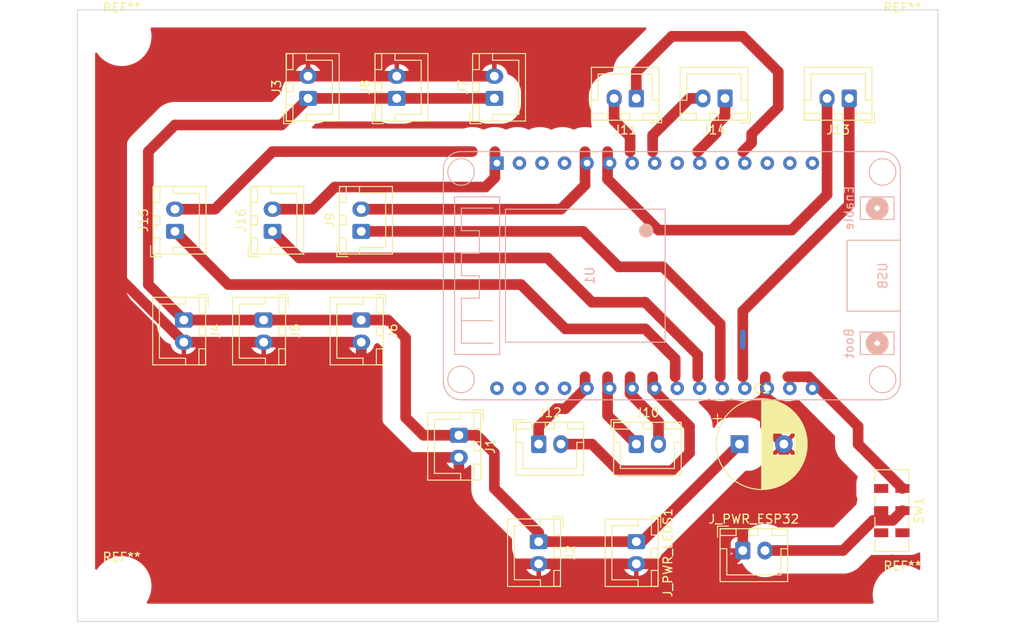
<source format=kicad_pcb>
(kicad_pcb (version 20211014) (generator pcbnew)
  (layers (0 "F.Cu" signal) (31 "B.Cu" signal) (34 "B.Paste" user) (35 "F.Paste" user) (36 "B.SilkS" user "B.Silkscreen") (37 "F.SilkS" user "F.Silkscreen") (38 "B.Mask" user) (39 "F.Mask" user) (44 "Edge.Cuts" user))
  (net 0 "")
  (net 9 "Net-(J_PWR_ESP32-Pad2)")
  (net 12 "+5V")
  (net 13 "GND")
  (net 14 "VCC")
  (net 16 "/T9")
  (net 17 "/T8")
  (net 18 "/T7")
  (net 19 "/T6")
  (net 20 "/T5")
  (net 21 "/T4")
  (net 22 "/T3")
  (net 23 "/(T2)")
  (net 24 "/T0")
  (net 26 "/LED1")
  (net 27 "/LED2")
  (net 28 "/LED8")
  (net 29 "/LED7")
  (net 30 "/LED6")
  (net 31 "/LED5")
  (net 32 "/LED4")
  (net 33 "/LED3")
  (footprint "Connector_JST:JST_XH_B2B-XH-A_1x02_P2.50mm_Vertical" (layer "F.Cu") (at 134.5 93.14 90)
    (fp_text reference "J9" (at 1.25 -3.55 90) (layer "F.SilkS"))
    (fp_text value "Conn_01x02_Male_DATA")
    (pad "1" thru_hole roundrect (at 0 0 90) (size 1.7 2) (drill 1) (layers *.Cu *.Mask) (roundrect_rratio 0.147059) (net 20 "/T5"))
    (pad "2" thru_hole oval (at 2.5 0 90) (size 1.7 2) (drill 1) (layers *.Cu *.Mask) (net 31 "/LED5"))
  )
  (footprint "MountingHole:MountingHole_2.7mm_M2.5_ISO7380" (layer "F.Cu") (at 107.5 133.14)
    (fp_text reference "REF**" (at 0 -3.25) (layer "F.SilkS"))
    (fp_text value "MountingHole_2.7mm_M2.5_ISO7380")
    (pad "" np_thru_hole circle (at 0 0) (size 2.7 2.7) (drill 2.7) (layers *.Cu *.Mask))
  )
  (footprint "Connector_JST:JST_XH_B2B-XH-A_1x02_P2.50mm_Vertical" (layer "F.Cu") (at 149.5 78.14 90)
    (fp_text reference "J7" (at 1.25 -3.55 90) (layer "F.SilkS"))
    (fp_text value "Conn_01x02_Male")
    (pad "1" thru_hole roundrect (at 0 0 90) (size 1.7 2) (drill 1) (layers *.Cu *.Mask) (roundrect_rratio 0.147059) (net 12 "+5V"))
    (pad "2" thru_hole oval (at 2.5 0 90) (size 1.7 2) (drill 1) (layers *.Cu *.Mask) (net 13 "GND"))
  )
  (footprint "MountingHole:MountingHole_2.7mm_M2.5_ISO7380" (layer "F.Cu") (at 195.5 71.14)
    (fp_text reference "REF**" (at 0 -3.25) (layer "F.SilkS"))
    (fp_text value "MountingHole_2.7mm_M2.5_ISO7380")
    (pad "" np_thru_hole circle (at 0 0) (size 2.7 2.7) (drill 2.7) (layers *.Cu *.Mask))
  )
  (footprint "Connector_JST:JST_XH_B2B-XH-A_1x02_P2.50mm_Vertical" (layer "F.Cu") (at 145.5 116.14 -90)
    (fp_text reference "J1" (at 1.25 -3.55 90) (layer "F.SilkS"))
    (fp_text value "Conn_01x02_Male")
    (pad "1" thru_hole roundrect (at 0 0 270) (size 1.7 2) (drill 1) (layers *.Cu *.Mask) (roundrect_rratio 0.147059) (net 12 "+5V"))
    (pad "2" thru_hole oval (at 2.5 0 270) (size 1.7 2) (drill 1) (layers *.Cu *.Mask) (net 13 "GND"))
  )
  (footprint "Connector_JST:JST_XH_B2B-XH-A_1x02_P2.50mm_Vertical" (layer "F.Cu") (at 154.5 128.14 -90)
    (fp_text reference "J2" (at 1.25 -3.55 90) (layer "F.SilkS"))
    (fp_text value "Conn_01x02_Male")
    (pad "1" thru_hole roundrect (at 0 0 270) (size 1.7 2) (drill 1) (layers *.Cu *.Mask) (roundrect_rratio 0.147059) (net 12 "+5V"))
    (pad "2" thru_hole oval (at 2.5 0 270) (size 1.7 2) (drill 1) (layers *.Cu *.Mask) (net 13 "GND"))
  )
  (footprint "MountingHole:MountingHole_2.7mm_M2.5_ISO7380" (layer "F.Cu") (at 195.5 134.14)
    (fp_text reference "REF**" (at 0 -3.25) (layer "F.SilkS"))
    (fp_text value "MountingHole_2.7mm_M2.5_ISO7380")
    (pad "" np_thru_hole circle (at 0 0) (size 2.7 2.7) (drill 2.7) (layers *.Cu *.Mask))
  )
  (footprint "Button_Switch_SMD:SW_DPDT_CK_JS202011JCQN" (layer "F.Cu") (at 194.3 124.64 -90)
    (fp_text reference "SW1" (at 0 -3.05 90) (layer "F.SilkS"))
    (fp_text value "SW_SPDT")
    (pad "1" smd rect (at -2.5 -1.2 270) (size 1 1.6) (layers "F.Cu" "F.Paste" "F.Mask") (net 14 "VCC"))
    (pad "2" smd rect (at 0 -1.2 270) (size 1 1.6) (layers "F.Cu" "F.Paste" "F.Mask") (net 9 "Net-(J_PWR_ESP32-Pad2)"))
    (pad "3" smd rect (at 2.5 -1.2 270) (size 1 1.6) (layers "F.Cu" "F.Paste" "F.Mask"))
    (pad "4" smd rect (at -2.5 1.2 270) (size 1 1.6) (layers "F.Cu" "F.Paste" "F.Mask"))
    (pad "5" smd rect (at 0 1.2 270) (size 1 1.6) (layers "F.Cu" "F.Paste" "F.Mask"))
    (pad "6" smd rect (at 2.5 1.2 270) (size 1 1.6) (layers "F.Cu" "F.Paste" "F.Mask"))
  )
  (footprint "Connector_JST:JST_XH_B2B-XH-A_1x02_P2.50mm_Vertical" (layer "F.Cu") (at 165.5 117.14)
    (fp_text reference "J10" (at 1.25 -3.55) (layer "F.SilkS"))
    (fp_text value "Conn_01x02_Male_DATA")
    (pad "1" thru_hole roundrect (at 0 0) (size 1.7 2) (drill 1) (layers *.Cu *.Mask) (roundrect_rratio 0.147059) (net 17 "/T8"))
    (pad "2" thru_hole oval (at 2.5 0) (size 1.7 2) (drill 1) (layers *.Cu *.Mask) (net 26 "/LED1"))
  )
  (footprint "Connector_JST:JST_XH_B2B-XH-A_1x02_P2.50mm_Vertical" (layer "F.Cu") (at 175.5 78.14 180)
    (fp_text reference "J14" (at 1.25 -3.55) (layer "F.SilkS"))
    (fp_text value "Conn_01x02_Male_DATA")
    (pad "1" thru_hole roundrect (at 0 0 180) (size 1.7 2) (drill 1) (layers *.Cu *.Mask) (roundrect_rratio 0.147059) (net 24 "/T0"))
    (pad "2" thru_hole oval (at 2.5 0 180) (size 1.7 2) (drill 1) (layers *.Cu *.Mask) (net 28 "/LED8"))
  )
  (footprint "Connector_JST:JST_XH_B2B-XH-A_1x02_P2.50mm_Vertical" (layer "F.Cu") (at 165.5 78.14 180)
    (fp_text reference "J11" (at 1.25 -3.55) (layer "F.SilkS"))
    (fp_text value "Conn_01x02_Male_DATA")
    (pad "1" thru_hole roundrect (at 0 0 180) (size 1.7 2) (drill 1) (layers *.Cu *.Mask) (roundrect_rratio 0.147059) (net 22 "/T3"))
    (pad "2" thru_hole oval (at 2.5 0 180) (size 1.7 2) (drill 1) (layers *.Cu *.Mask) (net 29 "/LED7"))
  )
  (footprint "Connector_JST:JST_XH_B2B-XH-A_1x02_P2.50mm_Vertical" (layer "F.Cu") (at 138.5 78.14 90)
    (fp_text reference "J8" (at 1.25 -3.55 90) (layer "F.SilkS"))
    (fp_text value "Conn_01x02_Male")
    (pad "1" thru_hole roundrect (at 0 0 90) (size 1.7 2) (drill 1) (layers *.Cu *.Mask) (roundrect_rratio 0.147059) (net 12 "+5V"))
    (pad "2" thru_hole oval (at 2.5 0 90) (size 1.7 2) (drill 1) (layers *.Cu *.Mask) (net 13 "GND"))
  )
  (footprint "Connector_JST:JST_XH_B2B-XH-A_1x02_P2.50mm_Vertical" (layer "F.Cu") (at 177.5 129.14)
    (fp_text reference "J_PWR_ESP32" (at 1.25 -3.55) (layer "F.SilkS"))
    (fp_text value "Conn_01x02_Male")
    (pad "1" thru_hole roundrect (at 0 0) (size 1.7 2) (drill 1) (layers *.Cu *.Mask) (roundrect_rratio 0.147059) (net 13 "GND"))
    (pad "2" thru_hole oval (at 2.5 0) (size 1.7 2) (drill 1) (layers *.Cu *.Mask) (net 9 "Net-(J_PWR_ESP32-Pad2)"))
  )
  (footprint "Capacitor_THT:CP_Radial_D10.0mm_P5.00mm" (layer "F.Cu") (at 177.132323 117.14)
    (fp_text reference "C1" (at 2.5 -6.25) (layer "F.SilkS"))
    (fp_text value "1000uF")
    (pad "1" thru_hole rect (at 0 0) (size 2 2) (drill 1) (layers *.Cu *.Mask) (net 12 "+5V"))
    (pad "2" thru_hole circle (at 5 0) (size 2 2) (drill 1) (layers *.Cu *.Mask) (net 13 "GND"))
  )
  (footprint "Connector_JST:JST_XH_B2B-XH-A_1x02_P2.50mm_Vertical" (layer "F.Cu") (at 154.5 117.14)
    (fp_text reference "J12" (at 1.25 -3.55) (layer "F.SilkS"))
    (fp_text value "Conn_01x02_Male_DATA")
    (pad "1" thru_hole roundrect (at 0 0) (size 1.7 2) (drill 1) (layers *.Cu *.Mask) (roundrect_rratio 0.147059) (net 16 "/T9"))
    (pad "2" thru_hole oval (at 2.5 0) (size 1.7 2) (drill 1) (layers *.Cu *.Mask) (net 27 "/LED2"))
  )
  (footprint "Connector_JST:JST_XH_B2B-XH-A_1x02_P2.50mm_Vertical" (layer "F.Cu") (at 113.5 93.14 90)
    (fp_text reference "J15" (at 1.25 -3.55 90) (layer "F.SilkS"))
    (fp_text value "Conn_01x02_Male_DATA")
    (pad "1" thru_hole roundrect (at 0 0 90) (size 1.7 2) (drill 1) (layers *.Cu *.Mask) (roundrect_rratio 0.147059) (net 18 "/T7"))
    (pad "2" thru_hole oval (at 2.5 0 90) (size 1.7 2) (drill 1) (layers *.Cu *.Mask) (net 33 "/LED3"))
  )
  (footprint "Connector_JST:JST_XH_B2B-XH-A_1x02_P2.50mm_Vertical" (layer "F.Cu") (at 114.5 103.14 -90)
    (fp_text reference "J4" (at 1.25 -3.55 90) (layer "F.SilkS"))
    (fp_text value "Conn_01x02_Male")
    (pad "1" thru_hole roundrect (at 0 0 270) (size 1.7 2) (drill 1) (layers *.Cu *.Mask) (roundrect_rratio 0.147059) (net 12 "+5V"))
    (pad "2" thru_hole oval (at 2.5 0 270) (size 1.7 2) (drill 1) (layers *.Cu *.Mask) (net 13 "GND"))
  )
  (footprint "MountingHole:MountingHole_2.7mm_M2.5_ISO7380" (layer "F.Cu") (at 107.5 71.14)
    (fp_text reference "REF**" (at 0 -3.25) (layer "F.SilkS"))
    (fp_text value "MountingHole_2.7mm_M2.5_ISO7380")
    (pad "" np_thru_hole circle (at 0 0) (size 2.7 2.7) (drill 2.7) (layers *.Cu *.Mask))
  )
  (footprint "Connector_JST:JST_XH_B2B-XH-A_1x02_P2.50mm_Vertical" (layer "F.Cu") (at 123.5 103.14 -90)
    (fp_text reference "J5" (at 1.25 -3.55 90) (layer "F.SilkS"))
    (fp_text value "Conn_01x02_Male")
    (pad "1" thru_hole roundrect (at 0 0 270) (size 1.7 2) (drill 1) (layers *.Cu *.Mask) (roundrect_rratio 0.147059) (net 12 "+5V"))
    (pad "2" thru_hole oval (at 2.5 0 270) (size 1.7 2) (drill 1) (layers *.Cu *.Mask) (net 13 "GND"))
  )
  (footprint "Connector_JST:JST_XH_B2B-XH-A_1x02_P2.50mm_Vertical" (layer "F.Cu") (at 189.5 78.14 180)
    (fp_text reference "J13" (at 1.25 -3.55) (layer "F.SilkS"))
    (fp_text value "Conn_01x02_Male_DATA")
    (pad "1" thru_hole roundrect (at 0 0 180) (size 1.7 2) (drill 1) (layers *.Cu *.Mask) (roundrect_rratio 0.147059) (net 21 "/T4"))
    (pad "2" thru_hole oval (at 2.5 0 180) (size 1.7 2) (drill 1) (layers *.Cu *.Mask) (net 30 "/LED6"))
  )
  (footprint "Connector_JST:JST_XH_B2B-XH-A_1x02_P2.50mm_Vertical" (layer "F.Cu") (at 134.5 103.14 -90)
    (fp_text reference "J6" (at 1.25 -3.55 90) (layer "F.SilkS"))
    (fp_text value "Conn_01x02_Male")
    (pad "1" thru_hole roundrect (at 0 0 270) (size 1.7 2) (drill 1) (layers *.Cu *.Mask) (roundrect_rratio 0.147059) (net 12 "+5V"))
    (pad "2" thru_hole oval (at 2.5 0 270) (size 1.7 2) (drill 1) (layers *.Cu *.Mask) (net 13 "GND"))
  )
  (footprint "Connector_JST:JST_XH_B2B-XH-A_1x02_P2.50mm_Vertical" (layer "F.Cu") (at 124.5 93.14 90)
    (fp_text reference "J16" (at 1.25 -3.55 90) (layer "F.SilkS"))
    (fp_text value "Conn_01x02_Male_DATA")
    (pad "1" thru_hole roundrect (at 0 0 90) (size 1.7 2) (drill 1) (layers *.Cu *.Mask) (roundrect_rratio 0.147059) (net 19 "/T6"))
    (pad "2" thru_hole oval (at 2.5 0 90) (size 1.7 2) (drill 1) (layers *.Cu *.Mask) (net 32 "/LED4"))
  )
  (footprint "Connector_JST:JST_XH_B2B-XH-A_1x02_P2.50mm_Vertical" (layer "F.Cu") (at 128.5 78.14 90)
    (fp_text reference "J3" (at 1.25 -3.55 90) (layer "F.SilkS"))
    (fp_text value "Conn_01x02_Male")
    (pad "1" thru_hole roundrect (at 0 0 90) (size 1.7 2) (drill 1) (layers *.Cu *.Mask) (roundrect_rratio 0.147059) (net 12 "+5V"))
    (pad "2" thru_hole oval (at 2.5 0 90) (size 1.7 2) (drill 1) (layers *.Cu *.Mask) (net 13 "GND"))
  )
  (footprint "Connector_JST:JST_XH_B2B-XH-A_1x02_P2.50mm_Vertical" (layer "F.Cu") (at 165.5 128.14 -90)
    (fp_text reference "J_PWR_LEDS1" (at 1.25 -3.55 90) (layer "F.SilkS"))
    (fp_text value "Conn_01x02_Male")
    (pad "1" thru_hole roundrect (at 0 0 270) (size 1.7 2) (drill 1) (layers *.Cu *.Mask) (roundrect_rratio 0.147059) (net 12 "+5V"))
    (pad "2" thru_hole oval (at 2.5 0 270) (size 1.7 2) (drill 1) (layers *.Cu *.Mask) (net 13 "GND"))
  )
  (footprint "ESP32_devkit_v1:esp32_devkit_v1_doit" (layer "B.Cu") (at 149.79 98.14 -90)
    (fp_text reference "U1" (at 0 -10.47 90) (layer "B.SilkS") (effects (justify mirror)))
    (fp_text value "ESP32_DevKit_V1_DOIT")
    (fp_text user "Boot" (at 7.62 -39.68 90) (layer "B.SilkS") (effects (justify mirror)))
    (fp_text user "Enable" (at -7.62 -39.68 90) (layer "B.SilkS") (effects (justify mirror)))
    (fp_text user "USB" (at 0 -43.49 90) (layer "B.SilkS") (effects (justify mirror)))
    (pad "1" thru_hole rect locked (at -12.7 0 270) (size 1.524 1.524) (drill 0.762) (layers *.Cu *.Mask))
    (pad "2" thru_hole circle locked (at -12.7 -2.54 270) (size 1.524 1.524) (drill 0.762) (layers *.Cu *.Mask))
    (pad "3" thru_hole circle locked (at -12.7 -5.08 270) (size 1.524 1.524) (drill 0.762) (layers *.Cu *.Mask))
    (pad "4" thru_hole circle locked (at -12.7 -7.62 270) (size 1.524 1.524) (drill 0.762) (layers *.Cu *.Mask))
    (pad "5" thru_hole circle locked (at -12.7 -10.16 270) (size 1.524 1.524) (drill 0.762) (layers *.Cu *.Mask))
    (pad "6" thru_hole circle locked (at -12.7 -12.7 270) (size 1.524 1.524) (drill 0.762) (layers *.Cu *.Mask) (net 16 "/T9"))
    (pad "7" thru_hole circle locked (at -12.7 -15.24 270) (size 1.524 1.524) (drill 0.762) (layers *.Cu *.Mask) (net 17 "/T8"))
    (pad "8" thru_hole circle locked (at -12.7 -17.78 270) (size 1.524 1.524) (drill 0.762) (layers *.Cu *.Mask) (net 26 "/LED1"))
    (pad "9" thru_hole circle locked (at -12.7 -20.32 270) (size 1.524 1.524) (drill 0.762) (layers *.Cu *.Mask) (net 27 "/LED2"))
    (pad "10" thru_hole circle locked (at -12.7 -22.86 270) (size 1.524 1.524) (drill 0.762) (layers *.Cu *.Mask) (net 18 "/T7"))
    (pad "11" thru_hole circle locked (at -12.7 -25.4 270) (size 1.524 1.524) (drill 0.762) (layers *.Cu *.Mask) (net 19 "/T6"))
    (pad "12" thru_hole circle locked (at -12.7 -27.94 270) (size 1.524 1.524) (drill 0.762) (layers *.Cu *.Mask) (net 20 "/T5"))
    (pad "13" thru_hole circle locked (at -12.7 -30.48 270) (size 1.524 1.524) (drill 0.762) (layers *.Cu *.Mask) (net 21 "/T4"))
    (pad "14" thru_hole circle locked (at -12.7 -33.02 270) (size 1.524 1.524) (drill 0.762) (layers *.Cu *.Mask) (net 13 "GND"))
    (pad "15" thru_hole circle locked (at -12.7 -35.56 270) (size 1.524 1.524) (drill 0.762) (layers *.Cu *.Mask) (net 14 "VCC"))
    (pad "16" thru_hole circle locked (at 12.7 -35.56 270) (size 1.524 1.524) (drill 0.762) (layers *.Cu *.Mask))
    (pad "17" thru_hole circle locked (at 12.7 -33.02 270) (size 1.524 1.524) (drill 0.762) (layers *.Cu *.Mask))
    (pad "18" thru_hole circle locked (at 12.7 -30.48 270) (size 1.524 1.524) (drill 0.762) (layers *.Cu *.Mask) (net 22 "/T3"))
    (pad "19" thru_hole circle locked (at 12.7 -27.94 270) (size 1.524 1.524) (drill 0.762) (layers *.Cu *.Mask) (net 23 "/(T2)"))
    (pad "20" thru_hole circle locked (at 12.7 -25.4 270) (size 1.524 1.524) (drill 0.762) (layers *.Cu *.Mask) (net 24 "/T0"))
    (pad "21" thru_hole circle locked (at 12.7 -22.86 270) (size 1.524 1.524) (drill 0.762) (layers *.Cu *.Mask))
    (pad "22" thru_hole circle locked (at 12.7 -20.32 270) (size 1.524 1.524) (drill 0.762) (layers *.Cu *.Mask) (net 28 "/LED8"))
    (pad "23" thru_hole circle locked (at 12.7 -17.78 270) (size 1.524 1.524) (drill 0.762) (layers *.Cu *.Mask) (net 29 "/LED7"))
    (pad "24" thru_hole circle locked (at 12.7 -15.24 270) (size 1.524 1.524) (drill 0.762) (layers *.Cu *.Mask) (net 30 "/LED6"))
    (pad "25" thru_hole circle locked (at 12.7 -12.7 270) (size 1.524 1.524) (drill 0.762) (layers *.Cu *.Mask) (net 31 "/LED5"))
    (pad "26" thru_hole circle locked (at 12.7 -10.16 270) (size 1.524 1.524) (drill 0.762) (layers *.Cu *.Mask))
    (pad "27" thru_hole circle locked (at 12.7 -7.62 270) (size 1.524 1.524) (drill 0.762) (layers *.Cu *.Mask))
    (pad "28" thru_hole circle locked (at 12.7 -5.08 270) (size 1.524 1.524) (drill 0.762) (layers *.Cu *.Mask))
    (pad "29" thru_hole circle locked (at 12.7 -2.54 270) (size 1.524 1.524) (drill 0.762) (layers *.Cu *.Mask) (net 32 "/LED4"))
    (pad "30" thru_hole circle locked (at 12.7 0 270) (size 1.524 1.524) (drill 0.762) (layers *.Cu *.Mask) (net 33 "/LED3"))
  )
  (gr_rect (start 102.5 68.14) (end 199.5 137.14) (layer "Edge.Cuts") (width 0.1) (fill none))
  (segment (start 195.5 124.64) (end 194.4 125.74) (width 1.2) (layer "F.Cu") (net 9))
  (segment (start 188.800978 129.14) (end 180 129.14) (width 1.2) (layer "F.Cu") (net 9))
  (segment (start 194.4 125.74) (end 192.200978 125.74) (width 1.2) (layer "F.Cu") (net 9))
  (segment (start 192.200978 125.74) (end 188.800978 129.14) (width 1.2) (layer "F.Cu") (net 9))
  (segment (start 138.5 78.14) (end 149.5 78.14) (width 1.2) (layer "F.Cu") (net 12))
  (segment (start 128.5 78.14) (end 125.5 81.14) (width 1.2) (layer "F.Cu") (net 12))
  (segment (start 123.5 103.14) (end 134.5 103.14) (width 1.2) (layer "F.Cu") (net 12))
  (segment (start 114.5 103.14) (end 123.5 103.14) (width 1.2) (layer "F.Cu") (net 12))
  (segment (start 154.5 127.14) (end 149.5 122.14) (width 1.2) (layer "F.Cu") (net 12))
  (segment (start 139.5 114.14) (end 141.5 116.14) (width 1.2) (layer "F.Cu") (net 12))
  (segment (start 137.5 103.14) (end 139.5 105.14) (width 1.2) (layer "F.Cu") (net 12))
  (segment (start 149.5 122.14) (end 149.5 118.14) (width 1.2) (layer "F.Cu") (net 12))
  (segment (start 134.5 103.14) (end 137.5 103.14) (width 1.2) (layer "F.Cu") (net 12))
  (segment (start 125.5 81.14) (end 113.5 81.14) (width 1.2) (layer "F.Cu") (net 12))
  (segment (start 149.5 118.14) (end 147.5 116.14) (width 1.2) (layer "F.Cu") (net 12))
  (segment (start 113.5 81.14) (end 110.5 84.14) (width 1.2) (layer "F.Cu") (net 12))
  (segment (start 166.132323 128.14) (end 165.5 128.14) (width 1.2) (layer "F.Cu") (net 12))
  (segment (start 139.5 105.14) (end 139.5 114.14) (width 1.2) (layer "F.Cu") (net 12))
  (segment (start 165.5 128.14) (end 154.5 128.14) (width 1.2) (layer "F.Cu") (net 12))
  (segment (start 110.5 99.14) (end 114.5 103.14) (width 1.2) (layer "F.Cu") (net 12))
  (segment (start 177.132323 117.14) (end 166.132323 128.14) (width 1.2) (layer "F.Cu") (net 12))
  (segment (start 128.5 78.14) (end 138.5 78.14) (width 1.2) (layer "F.Cu") (net 12))
  (segment (start 141.5 116.14) (end 145.5 116.14) (width 1.2) (layer "F.Cu") (net 12))
  (segment (start 154.5 128.14) (end 154.5 127.14) (width 1.2) (layer "F.Cu") (net 12))
  (segment (start 110.5 84.14) (end 110.5 99.14) (width 1.2) (layer "F.Cu") (net 12))
  (segment (start 147.5 116.14) (end 145.5 116.14) (width 1.2) (layer "F.Cu") (net 12))
  (segment (start 180.04 109.54) (end 180.04 115.047677) (width 1.2) (layer "F.Cu") (net 13))
  (segment (start 148 130.64) (end 154.5 130.64) (width 1.2) (layer "F.Cu") (net 13))
  (segment (start 177.5 129.14) (end 176 130.64) (width 1.2) (layer "F.Cu") (net 13))
  (segment (start 177.5 124.14) (end 178.5 123.14) (width 1.2) (layer "F.Cu") (net 13))
  (segment (start 107.5 98.64) (end 107.5 80.14) (width 1.2) (layer "F.Cu") (net 13))
  (segment (start 134.5 105.64) (end 134.5 113.14) (width 1.2) (layer "F.Cu") (net 13))
  (segment (start 182.132323 119.507677) (end 178.5 123.14) (width 1.2) (layer "F.Cu") (net 13))
  (segment (start 107.5 80.14) (end 110.5 77.14) (width 1.2) (layer "F.Cu") (net 13))
  (segment (start 122 75.64) (end 120.5 77.14) (width 1.2) (layer "F.Cu") (net 13))
  (segment (start 176 130.64) (end 165.5 130.64) (width 1.2) (layer "F.Cu") (net 13))
  (segment (start 110.5 77.14) (end 120.5 77.14) (width 1.2) (layer "F.Cu") (net 13))
  (segment (start 128.5 75.64) (end 128.5 75.14) (width 1.2) (layer "F.Cu") (net 13))
  (segment (start 134.5 105.64) (end 123.5 105.64) (width 1.2) (layer "F.Cu") (net 13))
  (segment (start 128.5 75.64) (end 138.5 75.64) (width 1.2) (layer "F.Cu") (net 13))
  (segment (start 134.5 113.14) (end 140 118.64) (width 1.2) (layer "F.Cu") (net 13))
  (segment (start 177.5 129.14) (end 177.5 124.14) (width 1.2) (layer "F.Cu") (net 13))
  (segment (start 165.5 130.64) (end 154.5 130.64) (width 1.2) (layer "F.Cu") (net 13))
  (segment (start 114.5 105.64) (end 107.5 98.64) (width 1.2) (layer "F.Cu") (net 13))
  (segment (start 145.5 128.14) (end 148 130.64) (width 1.2) (layer "F.Cu") (net 13))
  (segment (start 128.5 75.64) (end 122 75.64) (width 1.2) (layer "F.Cu") (net 13))
  (segment (start 140 118.64) (end 145.5 118.64) (width 1.2) (layer "F.Cu") (net 13))
  (segment (start 138.5 75.64) (end 149.5 75.64) (width 1.2) (layer "F.Cu") (net 13))
  (segment (start 182.132323 117.14) (end 182.132323 119.507677) (width 1.2) (layer "F.Cu") (net 13))
  (segment (start 123.5 105.64) (end 114.5 105.64) (width 1.2) (layer "F.Cu") (net 13))
  (segment (start 180.04 115.047677) (end 182.132323 117.14) (width 1.2) (layer "F.Cu") (net 13))
  (segment (start 145.5 118.64) (end 145.5 128.14) (width 1.2) (layer "F.Cu") (net 13))
  (segment (start 190.5 115.14) (end 190.5 117.14) (width 1.2) (layer "F.Cu") (net 14))
  (segment (start 184.9 109.54) (end 190.5 115.14) (width 1.2) (layer "F.Cu") (net 14))
  (segment (start 182.58 109.54) (end 184.9 109.54) (width 1.2) (layer "F.Cu") (net 14))
  (segment (start 190.5 117.14) (end 195.5 122.14) (width 1.2) (layer "F.Cu") (net 14))
  (segment (start 154.5 115.14) (end 156.5 113.14) (width 1.2) (layer "F.Cu") (net 16))
  (segment (start 154.5 117.14) (end 154.5 115.14) (width 1.2) (layer "F.Cu") (net 16))
  (segment (start 159.72 110.92) (end 159.72 109.54) (width 1.2) (layer "F.Cu") (net 16))
  (segment (start 156.5 113.14) (end 157.5 113.14) (width 1.2) (layer "F.Cu") (net 16))
  (segment (start 157.5 113.14) (end 159.72 110.92) (width 1.2) (layer "F.Cu") (net 16))
  (segment (start 165.5 117.14) (end 162.26 113.9) (width 1.2) (layer "F.Cu") (net 17))
  (segment (start 162.26 113.9) (end 162.26 109.54) (width 1.2) (layer "F.Cu") (net 17))
  (segment (start 166.5 104.14) (end 169.88 107.52) (width 1.2) (layer "F.Cu") (net 18))
  (segment (start 113.5 93.14) (end 119.5 99.14) (width 1.2) (layer "F.Cu") (net 18))
  (segment (start 152.5 99.14) (end 157.5 104.14) (width 1.2) (layer "F.Cu") (net 18))
  (segment (start 157.5 104.14) (end 166.5 104.14) (width 1.2) (layer "F.Cu") (net 18))
  (segment (start 169.88 107.52) (end 169.88 109.54) (width 1.2) (layer "F.Cu") (net 18))
  (segment (start 119.5 99.14) (end 152.5 99.14) (width 1.2) (layer "F.Cu") (net 18))
  (segment (start 172.42 107.06) (end 172.42 109.54) (width 1.2) (layer "F.Cu") (net 19))
  (segment (start 127.5 96.14) (end 155.5 96.14) (width 1.2) (layer "F.Cu") (net 19))
  (segment (start 124.5 93.14) (end 127.5 96.14) (width 1.2) (layer "F.Cu") (net 19))
  (segment (start 155.5 96.14) (end 160.5 101.14) (width 1.2) (layer "F.Cu") (net 19))
  (segment (start 160.5 101.14) (end 166.5 101.14) (width 1.2) (layer "F.Cu") (net 19))
  (segment (start 166.5 101.14) (end 172.42 107.06) (width 1.2) (layer "F.Cu") (net 19))
  (segment (start 159.5 93.14) (end 163.5 97.14) (width 1.2) (layer "F.Cu") (net 20))
  (segment (start 163.5 97.14) (end 168.5 97.14) (width 1.2) (layer "F.Cu") (net 20))
  (segment (start 174.96 103.6) (end 174.96 109.54) (width 1.2) (layer "F.Cu") (net 20))
  (segment (start 168.5 97.14) (end 174.96 103.6) (width 1.2) (layer "F.Cu") (net 20))
  (segment (start 134.5 93.14) (end 159.5 93.14) (width 1.2) (layer "F.Cu") (net 20))
  (segment (start 189.5 90.14) (end 177.5 102.14) (width 1.2) (layer "F.Cu") (net 21))
  (segment (start 177.5 102.14) (end 177.5 109.54) (width 1.2) (layer "F.Cu") (net 21))
  (segment (start 189.5 78.14) (end 189.5 90.14) (width 1.2) (layer "F.Cu") (net 21))
  (segment (start 177.5 104.5) (end 177.5 106.14) (width 0.6) (layer "B.Cu") (net 21))
  (segment (start 181.5 75.14) (end 181.5 79.14) (width 1.2) (layer "F.Cu") (net 22))
  (segment (start 169.5 71.14) (end 177.5 71.14) (width 1.2) (layer "F.Cu") (net 22))
  (segment (start 178.5 82.14) (end 178.5 83.14) (width 1.2) (layer "F.Cu") (net 22))
  (segment (start 165.5 75.14) (end 169.5 71.14) (width 1.2) (layer "F.Cu") (net 22))
  (segment (start 177.5 71.14) (end 181.5 75.14) (width 1.2) (layer "F.Cu") (net 22))
  (segment (start 178.5 83.14) (end 177.5 84.14) (width 1.2) (layer "F.Cu") (net 22))
  (segment (start 181.5 79.14) (end 178.5 82.14) (width 1.2) (layer "F.Cu") (net 22))
  (segment (start 165.5 78.14) (end 165.5 75.14) (width 1.2) (layer "F.Cu") (net 22))
  (segment (start 175.5 78.14) (end 175.5 80.14) (width 1.2) (layer "F.Cu") (net 24))
  (segment (start 174.5 82.06) (end 172.42 84.14) (width 1.2) (layer "F.Cu") (net 24))
  (segment (start 175.5 80.14) (end 174.5 81.14) (width 1.2) (layer "F.Cu") (net 24))
  (segment (start 174.5 81.14) (end 174.5 82.06) (width 1.2) (layer "F.Cu") (net 24))
  (segment (start 164.8 111.44) (end 164.8 109.54) (width 1.2) (layer "F.Cu") (net 26))
  (segment (start 168 117.14) (end 168 114.64) (width 1.2) (layer "F.Cu") (net 26))
  (segment (start 168 114.64) (end 164.8 111.44) (width 1.2) (layer "F.Cu") (net 26))
  (segment (start 171.5 118.14) (end 171.5 115.14) (width 1.2) (layer "F.Cu") (net 27))
  (segment (start 163.5 120.14) (end 169.5 120.14) (width 1.2) (layer "F.Cu") (net 27))
  (segment (start 169.5 120.14) (end 171.5 118.14) (width 1.2) (layer "F.Cu") (net 27))
  (segment (start 157 117.14) (end 160.5 117.14) (width 1.2) (layer "F.Cu") (net 27))
  (segment (start 160.5 117.14) (end 163.5 120.14) (width 1.2) (layer "F.Cu") (net 27))
  (segment (start 171.5 115.14) (end 167.34 110.98) (width 1.2) (layer "F.Cu") (net 27))
  (segment (start 167.34 110.98) (end 167.34 109.54) (width 1.2) (layer "F.Cu") (net 27))
  (segment (start 173 78.14) (end 171.5 78.14) (width 1.2) (layer "F.Cu") (net 28))
  (segment (start 171.5 78.14) (end 167.34 82.3) (width 1.2) (layer "F.Cu") (net 28))
  (segment (start 167.34 82.3) (end 167.34 84.14) (width 1.2) (layer "F.Cu") (net 28))
  (segment (start 164.8 82.44) (end 164.8 84.14) (width 1.2) (layer "F.Cu") (net 29))
  (segment (start 163 78.14) (end 163 80.64) (width 1.2) (layer "F.Cu") (net 29))
  (segment (start 163 80.64) (end 164.8 82.44) (width 1.2) (layer "F.Cu") (net 29))
  (segment (start 183 93) (end 168 93) (width 1.2) (layer "F.Cu") (net 30))
  (segment (start 168 93) (end 162.26 87.26) (width 1.2) (layer "F.Cu") (net 30))
  (segment (start 187 78.14) (end 187 89) (width 1.2) (layer "F.Cu") (net 30))
  (segment (start 162.26 87.26) (end 162.26 84.14) (width 1.2) (layer "F.Cu") (net 30))
  (segment (start 187 89) (end 183 93) (width 1.2) (layer "F.Cu") (net 30))
  (segment (start 157 90.64) (end 159.72 87.92) (width 1.2) (layer "F.Cu") (net 31))
  (segment (start 159.72 87.92) (end 159.72 84.14) (width 1.2) (layer "F.Cu") (net 31))
  (segment (start 134.5 90.64) (end 157 90.64) (width 1.2) (layer "F.Cu") (net 31))
  (segment (start 131.5 88.14) (end 148.5 88.14) (width 1.2) (layer "F.Cu") (net 32))
  (segment (start 149.56 87.08) (end 149.56 84.14) (width 1.2) (layer "F.Cu") (net 32))
  (segment (start 124.5 90.64) (end 129 90.64) (width 1.2) (layer "F.Cu") (net 32))
  (segment (start 129 90.64) (end 131.5 88.14) (width 1.2) (layer "F.Cu") (net 32))
  (segment (start 148.5 88.14) (end 149.56 87.08) (width 1.2) (layer "F.Cu") (net 32))
  (segment (start 113.5 90.64) (end 118 90.64) (width 1.2) (layer "F.Cu") (net 33))
  (segment (start 124.5 84.14) (end 147.02 84.14) (width 1.2) (layer "F.Cu") (net 33))
  (segment (start 118 90.64) (end 124.5 84.14) (width 1.2) (layer "F.Cu") (net 33))
  (zone (net 13) (net_name "GND") (layer "F.Cu") (connect_pads (clearance 2)) (min_thickness 0.254) (fill yes (thermal_gap 0.508) (thermal_bridge_width 0.508))
    (polygon (pts (xy 199.5 137.14) (xy 102.5 137.14) (xy 102.5 68.14) (xy 199.5 68.14)))
  )
)
</source>
